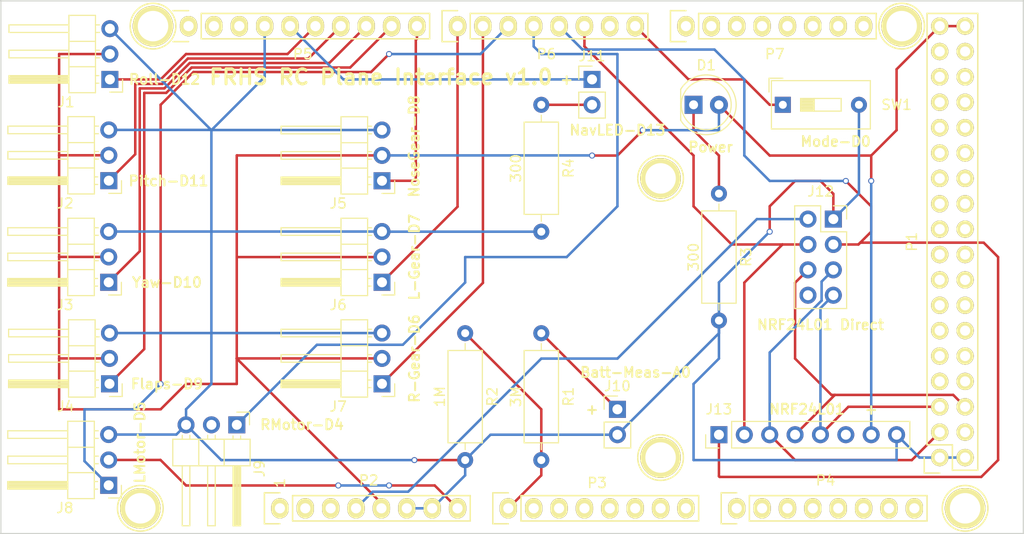
<source format=kicad_pcb>
(kicad_pcb (version 20211014) (generator pcbnew)
  (title_block (date "mar. 31 mars 2015"))
  (layers (0 "F.Cu" signal) (31 "B.Cu" signal) (34 "B.Paste" user) (35 "F.Paste" user) (36 "B.SilkS" user "B.Silkscreen") (37 "F.SilkS" user "F.Silkscreen") (38 "B.Mask" user) (39 "F.Mask" user) (44 "Edge.Cuts" user))
  (net 0 "")
  (net 1 "GND")
  (net 2 "/52(SCK)")
  (net 3 "/53(SS)")
  (net 4 "/50(MISO)")
  (net 5 "/51(MOSI)")
  (net 6 "/48")
  (net 7 "/49")
  (net 8 "/46")
  (net 9 "/47")
  (net 10 "/44")
  (net 11 "/45")
  (net 12 "/42")
  (net 13 "/43")
  (net 14 "/40")
  (net 15 "/41")
  (net 16 "/38")
  (net 17 "/39")
  (net 18 "/36")
  (net 19 "/37")
  (net 20 "/34")
  (net 21 "/35")
  (net 22 "/32")
  (net 23 "/33")
  (net 24 "/30")
  (net 25 "/31")
  (net 26 "/28")
  (net 27 "/29")
  (net 28 "/26")
  (net 29 "/27")
  (net 30 "/24")
  (net 31 "/25")
  (net 32 "/22")
  (net 33 "/23")
  (net 34 "+5V")
  (net 35 "/IOREF")
  (net 36 "/Reset")
  (net 37 "/Vin")
  (net 38 "/A0")
  (net 39 "/A1")
  (net 40 "/A2")
  (net 41 "/A3")
  (net 42 "/A4")
  (net 43 "/A5")
  (net 44 "/A6")
  (net 45 "/A7")
  (net 46 "/A8")
  (net 47 "/A9")
  (net 48 "/A10")
  (net 49 "/A11")
  (net 50 "/A12")
  (net 51 "/A13")
  (net 52 "/A14")
  (net 53 "/A15")
  (net 54 "/SCL")
  (net 55 "/SDA")
  (net 56 "/AREF")
  (net 57 "/13(**)")
  (net 58 "/12(**)")
  (net 59 "/11(**)")
  (net 60 "/10(**)")
  (net 61 "/9(**)")
  (net 62 "/8(**)")
  (net 63 "/7(**)")
  (net 64 "/6(**)")
  (net 65 "/5(**)")
  (net 66 "/4(**)")
  (net 67 "/3(**)")
  (net 68 "/2(**)")
  (net 69 "/20(SDA)")
  (net 70 "/21(SCL)")
  (net 71 "Net-(D1-Pad1)")
  (net 73 "Net-(J10-Pad1)")
  (net 74 "Net-(J11-Pad2)")
  (net 78 "+3V3")
  (net 79 "/1(Tx0)")
  (net 80 "/0(Rx0)")
  (net 81 "/14(Tx3)")
  (net 82 "/15(Rx3)")
  (net 83 "/16(Tx2)")
  (net 84 "/17(Rx2)")
  (net 85 "/18(Tx1)")
  (net 86 "/19(Rx1)")
  (footprint "Socket_Arduino_Mega:Socket_Strip_Arduino_2x18" (layer "F.Cu") (at 197.358 114.046 90)
    (fp_text reference "P1" (at 21.59 -2.794 90) (layer "F.SilkS"))
    (fp_text value "Digital")
    (pad "1" thru_hole circle locked (at 0 0 90) (size 1.7272 1.7272) (drill 1.016) (layers *.Cu *.Mask "F.SilkS") (net 1 "GND"))
    (pad "2" thru_hole oval locked (at 0 2.54 90) (size 1.7272 1.7272) (drill 1.016) (layers *.Cu *.Mask "F.SilkS") (net 1 "GND"))
    (pad "3" thru_hole oval locked (at 2.54 0 90) (size 1.7272 1.7272) (drill 1.016) (layers *.Cu *.Mask "F.SilkS") (net 2 "/52(SCK)"))
    (pad "4" thru_hole oval locked (at 2.54 2.54 90) (size 1.7272 1.7272) (drill 1.016) (layers *.Cu *.Mask "F.SilkS") (net 3 "/53(SS)"))
    (pad "5" thru_hole oval locked (at 5.08 0 90) (size 1.7272 1.7272) (drill 1.016) (layers *.Cu *.Mask "F.SilkS") (net 4 "/50(MISO)"))
    (pad "6" thru_hole oval locked (at 5.08 2.54 90) (size 1.7272 1.7272) (drill 1.016) (layers *.Cu *.Mask "F.SilkS") (net 5 "/51(MOSI)"))
    (pad "7" thru_hole oval locked (at 7.62 0 90) (size 1.7272 1.7272) (drill 1.016) (layers *.Cu *.Mask "F.SilkS") (net 6 "/48"))
    (pad "8" thru_hole oval locked (at 7.62 2.54 90) (size 1.7272 1.7272) (drill 1.016) (layers *.Cu *.Mask "F.SilkS") (net 7 "/49"))
    (pad "9" thru_hole oval locked (at 10.16 0 90) (size 1.7272 1.7272) (drill 1.016) (layers *.Cu *.Mask "F.SilkS") (net 8 "/46"))
    (pad "10" thru_hole oval locked (at 10.16 2.54 90) (size 1.7272 1.7272) (drill 1.016) (layers *.Cu *.Mask "F.SilkS") (net 9 "/47"))
    (pad "11" thru_hole oval locked (at 12.7 0 90) (size 1.7272 1.7272) (drill 1.016) (layers *.Cu *.Mask "F.SilkS") (net 10 "/44"))
    (pad "12" thru_hole oval locked (at 12.7 2.54 90) (size 1.7272 1.7272) (drill 1.016) (layers *.Cu *.Mask "F.SilkS") (net 11 "/45"))
    (pad "13" thru_hole oval locked (at 15.24 0 90) (size 1.7272 1.7272) (drill 1.016) (layers *.Cu *.Mask "F.SilkS") (net 12 "/42"))
    (pad "14" thru_hole oval locked (at 15.24 2.54 90) (size 1.7272 1.7272) (drill 1.016) (layers *.Cu *.Mask "F.SilkS") (net 13 "/43"))
    (pad "15" thru_hole oval locked (at 17.78 0 90) (size 1.7272 1.7272) (drill 1.016) (layers *.Cu *.Mask "F.SilkS") (net 14 "/40"))
    (pad "16" thru_hole oval locked (at 17.78 2.54 90) (size 1.7272 1.7272) (drill 1.016) (layers *.Cu *.Mask "F.SilkS") (net 15 "/41"))
    (pad "17" thru_hole oval locked (at 20.32 0 90) (size 1.7272 1.7272) (drill 1.016) (layers *.Cu *.Mask "F.SilkS") (net 16 "/38"))
    (pad "18" thru_hole oval locked (at 20.32 2.54 90) (size 1.7272 1.7272) (drill 1.016) (layers *.Cu *.Mask "F.SilkS") (net 17 "/39"))
    (pad "19" thru_hole oval locked (at 22.86 0 90) (size 1.7272 1.7272) (drill 1.016) (layers *.Cu *.Mask "F.SilkS") (net 18 "/36"))
    (pad "20" thru_hole oval locked (at 22.86 2.54 90) (size 1.7272 1.7272) (drill 1.016) (layers *.Cu *.Mask "F.SilkS") (net 19 "/37"))
    (pad "21" thru_hole oval locked (at 25.4 0 90) (size 1.7272 1.7272) (drill 1.016) (layers *.Cu *.Mask "F.SilkS") (net 20 "/34"))
    (pad "22" thru_hole oval locked (at 25.4 2.54 90) (size 1.7272 1.7272) (drill 1.016) (layers *.Cu *.Mask "F.SilkS") (net 21 "/35"))
    (pad "23" thru_hole oval locked (at 27.94 0 90) (size 1.7272 1.7272) (drill 1.016) (layers *.Cu *.Mask "F.SilkS") (net 22 "/32"))
    (pad "24" thru_hole oval locked (at 27.94 2.54 90) (size 1.7272 1.7272) (drill 1.016) (layers *.Cu *.Mask "F.SilkS") (net 23 "/33"))
    (pad "25" thru_hole oval locked (at 30.48 0 90) (size 1.7272 1.7272) (drill 1.016) (layers *.Cu *.Mask "F.SilkS") (net 24 "/30"))
    (pad "26" thru_hole oval locked (at 30.48 2.54 90) (size 1.7272 1.7272) (drill 1.016) (layers *.Cu *.Mask "F.SilkS") (net 25 "/31"))
    (pad "27" thru_hole oval locked (at 33.02 0 90) (size 1.7272 1.7272) (drill 1.016) (layers *.Cu *.Mask "F.SilkS") (net 26 "/28"))
    (pad "28" thru_hole oval locked (at 33.02 2.54 90) (size 1.7272 1.7272) (drill 1.016) (layers *.Cu *.Mask "F.SilkS") (net 27 "/29"))
    (pad "29" thru_hole oval locked (at 35.56 0 90) (size 1.7272 1.7272) (drill 1.016) (layers *.Cu *.Mask "F.SilkS") (net 28 "/26"))
    (pad "30" thru_hole oval locked (at 35.56 2.54 90) (size 1.7272 1.7272) (drill 1.016) (layers *.Cu *.Mask "F.SilkS") (net 29 "/27"))
    (pad "31" thru_hole oval locked (at 38.1 0 90) (size 1.7272 1.7272) (drill 1.016) (layers *.Cu *.Mask "F.SilkS") (net 30 "/24"))
    (pad "32" thru_hole oval locked (at 38.1 2.54 90) (size 1.7272 1.7272) (drill 1.016) (layers *.Cu *.Mask "F.SilkS") (net 31 "/25"))
    (pad "33" thru_hole oval locked (at 40.64 0 90) (size 1.7272 1.7272) (drill 1.016) (layers *.Cu *.Mask "F.SilkS") (net 32 "/22"))
    (pad "34" thru_hole oval locked (at 40.64 2.54 90) (size 1.7272 1.7272) (drill 1.016) (layers *.Cu *.Mask "F.SilkS") (net 33 "/23"))
    (pad "35" thru_hole oval locked (at 43.18 0 90) (size 1.7272 1.7272) (drill 1.016) (layers *.Cu *.Mask "F.SilkS") (net 34 "+5V"))
    (pad "36" thru_hole oval locked (at 43.18 2.54 90) (size 1.7272 1.7272) (drill 1.016) (layers *.Cu *.Mask "F.SilkS") (net 34 "+5V"))
  )
  (footprint "Socket_Arduino_Mega:Socket_Strip_Arduino_1x08" (layer "F.Cu") (at 131.318 119.126)
    (fp_text reference "P2" (at 8.89 -2.794) (layer "F.SilkS"))
    (fp_text value "Power")
    (pad "1" thru_hole oval locked (at 0 0) (size 1.7272 2.032) (drill 1.016) (layers *.Cu *.Mask "F.SilkS"))
    (pad "2" thru_hole oval locked (at 2.54 0) (size 1.7272 2.032) (drill 1.016) (layers *.Cu *.Mask "F.SilkS") (net 35 "/IOREF"))
    (pad "3" thru_hole oval locked (at 5.08 0) (size 1.7272 2.032) (drill 1.016) (layers *.Cu *.Mask "F.SilkS") (net 36 "/Reset"))
    (pad "4" thru_hole oval locked (at 7.62 0) (size 1.7272 2.032) (drill 1.016) (layers *.Cu *.Mask "F.SilkS") (net 78 "+3V3"))
    (pad "5" thru_hole oval locked (at 10.16 0) (size 1.7272 2.032) (drill 1.016) (layers *.Cu *.Mask "F.SilkS") (net 34 "+5V"))
    (pad "6" thru_hole oval locked (at 12.7 0) (size 1.7272 2.032) (drill 1.016) (layers *.Cu *.Mask "F.SilkS") (net 1 "GND"))
    (pad "7" thru_hole oval locked (at 15.24 0) (size 1.7272 2.032) (drill 1.016) (layers *.Cu *.Mask "F.SilkS") (net 1 "GND"))
    (pad "8" thru_hole oval locked (at 17.78 0) (size 1.7272 2.032) (drill 1.016) (layers *.Cu *.Mask "F.SilkS") (net 37 "/Vin"))
  )
  (footprint "Socket_Arduino_Mega:Socket_Strip_Arduino_1x08" (layer "F.Cu") (at 154.178 119.126)
    (fp_text reference "P3" (at 8.89 -2.54) (layer "F.SilkS"))
    (fp_text value "Analog")
    (pad "1" thru_hole oval locked (at 0 0) (size 1.7272 2.032) (drill 1.016) (layers *.Cu *.Mask "F.SilkS") (net 38 "/A0"))
    (pad "2" thru_hole oval locked (at 2.54 0) (size 1.7272 2.032) (drill 1.016) (layers *.Cu *.Mask "F.SilkS") (net 39 "/A1"))
    (pad "3" thru_hole oval locked (at 5.08 0) (size 1.7272 2.032) (drill 1.016) (layers *.Cu *.Mask "F.SilkS") (net 40 "/A2"))
    (pad "4" thru_hole oval locked (at 7.62 0) (size 1.7272 2.032) (drill 1.016) (layers *.Cu *.Mask "F.SilkS") (net 41 "/A3"))
    (pad "5" thru_hole oval locked (at 10.16 0) (size 1.7272 2.032) (drill 1.016) (layers *.Cu *.Mask "F.SilkS") (net 42 "/A4"))
    (pad "6" thru_hole oval locked (at 12.7 0) (size 1.7272 2.032) (drill 1.016) (layers *.Cu *.Mask "F.SilkS") (net 43 "/A5"))
    (pad "7" thru_hole oval locked (at 15.24 0) (size 1.7272 2.032) (drill 1.016) (layers *.Cu *.Mask "F.SilkS") (net 44 "/A6"))
    (pad "8" thru_hole oval locked (at 17.78 0) (size 1.7272 2.032) (drill 1.016) (layers *.Cu *.Mask "F.SilkS") (net 45 "/A7"))
  )
  (footprint "Socket_Arduino_Mega:Socket_Strip_Arduino_1x08" (layer "F.Cu") (at 177.038 119.126)
    (fp_text reference "P4" (at 8.89 -2.794) (layer "F.SilkS"))
    (fp_text value "Analog")
    (pad "1" thru_hole oval locked (at 0 0) (size 1.7272 2.032) (drill 1.016) (layers *.Cu *.Mask "F.SilkS") (net 46 "/A8"))
    (pad "2" thru_hole oval locked (at 2.54 0) (size 1.7272 2.032) (drill 1.016) (layers *.Cu *.Mask "F.SilkS") (net 47 "/A9"))
    (pad "3" thru_hole oval locked (at 5.08 0) (size 1.7272 2.032) (drill 1.016) (layers *.Cu *.Mask "F.SilkS") (net 48 "/A10"))
    (pad "4" thru_hole oval locked (at 7.62 0) (size 1.7272 2.032) (drill 1.016) (layers *.Cu *.Mask "F.SilkS") (net 49 "/A11"))
    (pad "5" thru_hole oval locked (at 10.16 0) (size 1.7272 2.032) (drill 1.016) (layers *.Cu *.Mask "F.SilkS") (net 50 "/A12"))
    (pad "6" thru_hole oval locked (at 12.7 0) (size 1.7272 2.032) (drill 1.016) (layers *.Cu *.Mask "F.SilkS") (net 51 "/A13"))
    (pad "7" thru_hole oval locked (at 15.24 0) (size 1.7272 2.032) (drill 1.016) (layers *.Cu *.Mask "F.SilkS") (net 52 "/A14"))
    (pad "8" thru_hole oval locked (at 17.78 0) (size 1.7272 2.032) (drill 1.016) (layers *.Cu *.Mask "F.SilkS") (net 53 "/A15"))
  )
  (footprint "Socket_Arduino_Mega:Socket_Strip_Arduino_1x10" (layer "F.Cu") (at 122.174 70.866)
    (fp_text reference "P5" (at 11.43 2.794) (layer "F.SilkS"))
    (fp_text value "PWM")
    (pad "1" thru_hole oval (at 0 0) (size 1.7272 2.032) (drill 1.016) (layers *.Cu *.Mask "F.SilkS") (net 54 "/SCL"))
    (pad "2" thru_hole oval (at 2.54 0) (size 1.7272 2.032) (drill 1.016) (layers *.Cu *.Mask "F.SilkS") (net 55 "/SDA"))
    (pad "3" thru_hole oval (at 5.08 0) (size 1.7272 2.032) (drill 1.016) (layers *.Cu *.Mask "F.SilkS") (net 56 "/AREF"))
    (pad "4" thru_hole oval (at 7.62 0) (size 1.7272 2.032) (drill 1.016) (layers *.Cu *.Mask "F.SilkS") (net 1 "GND"))
    (pad "5" thru_hole oval (at 10.16 0) (size 1.7272 2.032) (drill 1.016) (layers *.Cu *.Mask "F.SilkS") (net 57 "/13(**)"))
    (pad "6" thru_hole oval (at 12.7 0) (size 1.7272 2.032) (drill 1.016) (layers *.Cu *.Mask "F.SilkS") (net 58 "/12(**)"))
    (pad "7" thru_hole oval (at 15.24 0) (size 1.7272 2.032) (drill 1.016) (layers *.Cu *.Mask "F.SilkS") (net 59 "/11(**)"))
    (pad "8" thru_hole oval (at 17.78 0) (size 1.7272 2.032) (drill 1.016) (layers *.Cu *.Mask "F.SilkS") (net 60 "/10(**)"))
    (pad "9" thru_hole oval (at 20.32 0) (size 1.7272 2.032) (drill 1.016) (layers *.Cu *.Mask "F.SilkS") (net 61 "/9(**)"))
    (pad "10" thru_hole oval (at 22.86 0) (size 1.7272 2.032) (drill 1.016) (layers *.Cu *.Mask "F.SilkS") (net 62 "/8(**)"))
  )
  (footprint "Socket_Arduino_Mega:Socket_Strip_Arduino_1x08" (layer "F.Cu") (at 149.098 70.866)
    (fp_text reference "P6" (at 8.89 2.794) (layer "F.SilkS"))
    (fp_text value "PWM")
    (pad "1" thru_hole oval locked (at 0 0) (size 1.7272 2.032) (drill 1.016) (layers *.Cu *.Mask "F.SilkS") (net 63 "/7(**)"))
    (pad "2" thru_hole oval locked (at 2.54 0) (size 1.7272 2.032) (drill 1.016) (layers *.Cu *.Mask "F.SilkS") (net 64 "/6(**)"))
    (pad "3" thru_hole oval locked (at 5.08 0) (size 1.7272 2.032) (drill 1.016) (layers *.Cu *.Mask "F.SilkS") (net 65 "/5(**)"))
    (pad "4" thru_hole oval locked (at 7.62 0) (size 1.7272 2.032) (drill 1.016) (layers *.Cu *.Mask "F.SilkS") (net 66 "/4(**)"))
    (pad "5" thru_hole oval locked (at 10.16 0) (size 1.7272 2.032) (drill 1.016) (layers *.Cu *.Mask "F.SilkS") (net 67 "/3(**)"))
    (pad "6" thru_hole oval locked (at 12.7 0) (size 1.7272 2.032) (drill 1.016) (layers *.Cu *.Mask "F.SilkS") (net 68 "/2(**)"))
    (pad "7" thru_hole oval locked (at 15.24 0) (size 1.7272 2.032) (drill 1.016) (layers *.Cu *.Mask "F.SilkS") (net 79 "/1(Tx0)"))
    (pad "8" thru_hole oval locked (at 17.78 0) (size 1.7272 2.032) (drill 1.016) (layers *.Cu *.Mask "F.SilkS") (net 80 "/0(Rx0)"))
  )
  (footprint "Socket_Arduino_Mega:Socket_Strip_Arduino_1x08" (layer "F.Cu") (at 171.958 70.866)
    (fp_text reference "P7" (at 8.89 2.794) (layer "F.SilkS"))
    (fp_text value "Communication")
    (pad "1" thru_hole oval locked (at 0 0) (size 1.7272 2.032) (drill 1.016) (layers *.Cu *.Mask "F.SilkS") (net 81 "/14(Tx3)"))
    (pad "2" thru_hole oval locked (at 2.54 0) (size 1.7272 2.032) (drill 1.016) (layers *.Cu *.Mask "F.SilkS") (net 82 "/15(Rx3)"))
    (pad "3" thru_hole oval locked (at 5.08 0) (size 1.7272 2.032) (drill 1.016) (layers *.Cu *.Mask "F.SilkS") (net 83 "/16(Tx2)"))
    (pad "4" thru_hole oval locked (at 7.62 0) (size 1.7272 2.032) (drill 1.016) (layers *.Cu *.Mask "F.SilkS") (net 84 "/17(Rx2)"))
    (pad "5" thru_hole oval locked (at 10.16 0) (size 1.7272 2.032) (drill 1.016) (layers *.Cu *.Mask "F.SilkS") (net 85 "/18(Tx1)"))
    (pad "6" thru_hole oval locked (at 12.7 0) (size 1.7272 2.032) (drill 1.016) (layers *.Cu *.Mask "F.SilkS") (net 86 "/19(Rx1)"))
    (pad "7" thru_hole oval locked (at 15.24 0) (size 1.7272 2.032) (drill 1.016) (layers *.Cu *.Mask "F.SilkS") (net 69 "/20(SDA)"))
    (pad "8" thru_hole oval locked (at 17.78 0) (size 1.7272 2.032) (drill 1.016) (layers *.Cu *.Mask "F.SilkS") (net 70 "/21(SCL)"))
  )
  (footprint "Socket_Arduino_Mega:Arduino_1pin" (layer "F.Cu") (at 117.348 119.126)
    (fp_text reference "P8" hide)
    (fp_text value "CONN_01X01" hide)
    (pad "1" thru_hole circle locked (at 0 0) (size 4.064 4.064) (drill 3.048) (layers *.Cu *.Mask "F.SilkS"))
  )
  (footprint "Socket_Arduino_Mega:Arduino_1pin" (layer "F.Cu") (at 169.418 114.046)
    (fp_text reference "P9" hide)
    (fp_text value "CONN_01X01" hide)
    (pad "1" thru_hole circle locked (at 0 0) (size 4.064 4.064) (drill 3.048) (layers *.Cu *.Mask "F.SilkS"))
  )
  (footprint "Socket_Arduino_Mega:Arduino_1pin" (layer "F.Cu") (at 199.898 119.126)
    (fp_text reference "P10" hide)
    (fp_text value "CONN_01X01" hide)
    (pad "1" thru_hole circle locked (at 0 0) (size 4.064 4.064) (drill 3.048) (layers *.Cu *.Mask "F.SilkS"))
  )
  (footprint "Socket_Arduino_Mega:Arduino_1pin" (layer "F.Cu") (at 118.618 70.866)
    (fp_text reference "P11" hide)
    (fp_text value "CONN_01X01" hide)
    (pad "1" thru_hole circle locked (at 0 0) (size 4.064 4.064) (drill 3.048) (layers *.Cu *.Mask "F.SilkS"))
  )
  (footprint "Socket_Arduino_Mega:Arduino_1pin" (layer "F.Cu") (at 169.418 86.106)
    (fp_text reference "P12" hide)
    (fp_text value "CONN_01X01" hide)
    (pad "1" thru_hole circle locked (at 0 0) (size 4.064 4.064) (drill 3.048) (layers *.Cu *.Mask "F.SilkS"))
  )
  (footprint "Socket_Arduino_Mega:Arduino_1pin" (layer "F.Cu") (at 193.548 70.866)
    (fp_text reference "P13" hide)
    (fp_text value "CONN_01X01" hide)
    (pad "1" thru_hole circle locked (at 0 0) (size 4.064 4.064) (drill 3.048) (layers *.Cu *.Mask "F.SilkS"))
  )
  (footprint "Resistor_THT:R_Axial_DIN0309_L9.0mm_D3.2mm_P12.70mm_Horizontal" (layer "F.Cu") (at 149.86 101.6 -90)
    (fp_text reference "R2" (at 6.35 -2.72 90) (layer "F.SilkS"))
    (fp_text value "1M")
    (pad "1" thru_hole circle (at 0 0 270) (size 1.6 1.6) (drill 0.8) (layers *.Cu *.Mask) (net 38 "/A0"))
    (pad "2" thru_hole oval (at 12.7 0 270) (size 1.6 1.6) (drill 0.8) (layers *.Cu *.Mask) (net 1 "GND"))
  )
  (footprint "Connector_PinHeader_2.54mm:PinHeader_1x03_P2.54mm_Horizontal" (layer "F.Cu") (at 114.261851 106.665 180)
    (fp_text reference "J4" (at 4.385 -2.27) (layer "F.SilkS"))
    (fp_text value "Flaps-D9")
    (pad "1" thru_hole rect (at 0 0 180) (size 1.7 1.7) (drill 1) (layers *.Cu *.Mask) (net 61 "/9(**)"))
    (pad "2" thru_hole oval (at 0 2.54 180) (size 1.7 1.7) (drill 1) (layers *.Cu *.Mask) (net 34 "+5V"))
    (pad "3" thru_hole oval (at 0 5.08 180) (size 1.7 1.7) (drill 1) (layers *.Cu *.Mask) (net 1 "GND"))
  )
  (footprint "Connector_PinHeader_2.54mm:PinHeader_1x03_P2.54mm_Horizontal" (layer "F.Cu") (at 141.535 106.665 180)
    (fp_text reference "J7" (at 4.385 -2.27) (layer "F.SilkS"))
    (fp_text value "R-Gear-D6")
    (pad "1" thru_hole rect (at 0 0 180) (size 1.7 1.7) (drill 1) (layers *.Cu *.Mask) (net 64 "/6(**)"))
    (pad "2" thru_hole oval (at 0 2.54 180) (size 1.7 1.7) (drill 1) (layers *.Cu *.Mask) (net 34 "+5V"))
    (pad "3" thru_hole oval (at 0 5.08 180) (size 1.7 1.7) (drill 1) (layers *.Cu *.Mask) (net 1 "GND"))
  )
  (footprint "Connector_PinHeader_2.54mm:PinHeader_1x03_P2.54mm_Horizontal" (layer "F.Cu") (at 141.535 96.505 180)
    (fp_text reference "J6" (at 4.385 -2.27) (layer "F.SilkS"))
    (fp_text value "L-Gear-D7")
    (pad "1" thru_hole rect (at 0 0 180) (size 1.7 1.7) (drill 1) (layers *.Cu *.Mask) (net 63 "/7(**)"))
    (pad "2" thru_hole oval (at 0 2.54 180) (size 1.7 1.7) (drill 1) (layers *.Cu *.Mask) (net 34 "+5V"))
    (pad "3" thru_hole oval (at 0 5.08 180) (size 1.7 1.7) (drill 1) (layers *.Cu *.Mask) (net 1 "GND"))
  )
  (footprint "Connector_PinHeader_2.54mm:PinHeader_1x02_P2.54mm_Vertical" (layer "F.Cu") (at 162.56 76.2)
    (fp_text reference "J11" (at 0 -2.33) (layer "F.SilkS"))
    (fp_text value "NavLed-D13")
    (pad "1" thru_hole rect (at 0 0) (size 1.7 1.7) (drill 1) (layers *.Cu *.Mask) (net 57 "/13(**)"))
    (pad "2" thru_hole oval (at 0 2.54) (size 1.7 1.7) (drill 1) (layers *.Cu *.Mask) (net 74 "Net-(J11-Pad2)"))
  )
  (footprint "Resistor_THT:R_Axial_DIN0309_L9.0mm_D3.2mm_P12.70mm_Horizontal" (layer "F.Cu") (at 175.26 87.63 -90)
    (fp_text reference "R3" (at 6.35 -2.72 90) (layer "F.SilkS"))
    (fp_text value "300")
    (pad "1" thru_hole circle (at 0 0 270) (size 1.6 1.6) (drill 0.8) (layers *.Cu *.Mask) (net 71 "Net-(D1-Pad1)"))
    (pad "2" thru_hole oval (at 12.7 0 270) (size 1.6 1.6) (drill 0.8) (layers *.Cu *.Mask) (net 1 "GND"))
  )
  (footprint "Connector_PinHeader_2.54mm:PinHeader_1x03_P2.54mm_Horizontal" (layer "F.Cu") (at 114.3 76.2 180)
    (fp_text reference "J1" (at 4.385 -2.27) (layer "F.SilkS"))
    (fp_text value "Roll-D12")
    (pad "1" thru_hole rect (at 0 0 180) (size 1.7 1.7) (drill 1) (layers *.Cu *.Mask) (net 58 "/12(**)"))
    (pad "2" thru_hole oval (at 0 2.54 180) (size 1.7 1.7) (drill 1) (layers *.Cu *.Mask) (net 34 "+5V"))
    (pad "3" thru_hole oval (at 0 5.08 180) (size 1.7 1.7) (drill 1) (layers *.Cu *.Mask) (net 1 "GND"))
  )
  (footprint "Connector_PinHeader_2.54mm:PinHeader_1x03_P2.54mm_Horizontal" (layer "F.Cu") (at 127.005886 110.771605 -90)
    (fp_text reference "J9" (at 4.385 -2.27 90) (layer "F.SilkS"))
    (fp_text value "R-Motor-D4")
    (pad "1" thru_hole rect (at 0 0 270) (size 1.7 1.7) (drill 1) (layers *.Cu *.Mask) (net 66 "/4(**)"))
    (pad "2" thru_hole oval (at 0 2.54 270) (size 1.7 1.7) (drill 1) (layers *.Cu *.Mask))
    (pad "3" thru_hole oval (at 0 5.08 270) (size 1.7 1.7) (drill 1) (layers *.Cu *.Mask) (net 1 "GND"))
  )
  (footprint "Connector_PinHeader_2.54mm:PinHeader_1x03_P2.54mm_Horizontal" (layer "F.Cu") (at 114.193288 86.333355 180)
    (fp_text reference "J2" (at 4.385 -2.27) (layer "F.SilkS"))
    (fp_text value "Pitch-D11")
    (pad "1" thru_hole rect (at 0 0 180) (size 1.7 1.7) (drill 1) (layers *.Cu *.Mask) (net 59 "/11(**)"))
    (pad "2" thru_hole oval (at 0 2.54 180) (size 1.7 1.7) (drill 1) (layers *.Cu *.Mask) (net 34 "+5V"))
    (pad "3" thru_hole oval (at 0 5.08 180) (size 1.7 1.7) (drill 1) (layers *.Cu *.Mask) (net 1 "GND"))
  )
  (footprint "Connector_PinHeader_2.54mm:PinHeader_1x02_P2.54mm_Vertical" (layer "F.Cu") (at 165.1 109.22)
    (fp_text reference "J10" (at 0 -2.33) (layer "F.SilkS"))
    (fp_text value "Batt Meas-A0")
    (pad "1" thru_hole rect (at 0 0) (size 1.7 1.7) (drill 1) (layers *.Cu *.Mask) (net 73 "Net-(J10-Pad1)"))
    (pad "2" thru_hole oval (at 0 2.54) (size 1.7 1.7) (drill 1) (layers *.Cu *.Mask) (net 1 "GND"))
  )
  (footprint "Connector_PinHeader_2.54mm:PinHeader_1x03_P2.54mm_Horizontal" (layer "F.Cu") (at 114.182102 96.505 180)
    (fp_text reference "J3" (at 4.385 -2.27) (layer "F.SilkS"))
    (fp_text value "Yaw-D10")
    (pad "1" thru_hole rect (at 0 0 180) (size 1.7 1.7) (drill 1) (layers *.Cu *.Mask) (net 60 "/10(**)"))
    (pad "2" thru_hole oval (at 0 2.54 180) (size 1.7 1.7) (drill 1) (layers *.Cu *.Mask) (net 34 "+5V"))
    (pad "3" thru_hole oval (at 0 5.08 180) (size 1.7 1.7) (drill 1) (layers *.Cu *.Mask) (net 1 "GND"))
  )
  (footprint "Connector_PinHeader_2.54mm:PinHeader_1x03_P2.54mm_Horizontal" (layer "F.Cu") (at 141.535 86.345 180)
    (fp_text reference "J5" (at 4.385 -2.27) (layer "F.SilkS"))
    (fp_text value "Nose Gear-D8")
    (pad "1" thru_hole rect (at 0 0 180) (size 1.7 1.7) (drill 1) (layers *.Cu *.Mask) (net 62 "/8(**)"))
    (pad "2" thru_hole oval (at 0 2.54 180) (size 1.7 1.7) (drill 1) (layers *.Cu *.Mask) (net 34 "+5V"))
    (pad "3" thru_hole oval (at 0 5.08 180) (size 1.7 1.7) (drill 1) (layers *.Cu *.Mask) (net 1 "GND"))
  )
  (footprint "Resistor_THT:R_Axial_DIN0309_L9.0mm_D3.2mm_P12.70mm_Horizontal" (layer "F.Cu") (at 157.48 101.6 -90)
    (fp_text reference "R1" (at 6.35 -2.72 90) (layer "F.SilkS"))
    (fp_text value "3M")
    (pad "1" thru_hole circle (at 0 0 270) (size 1.6 1.6) (drill 0.8) (layers *.Cu *.Mask) (net 73 "Net-(J10-Pad1)"))
    (pad "2" thru_hole oval (at 12.7 0 270) (size 1.6 1.6) (drill 0.8) (layers *.Cu *.Mask) (net 38 "/A0"))
  )
  (footprint "Button_Switch_THT:SW_DIP_SPSTx01_Slide_9.78x4.72mm_W7.62mm_P2.54mm" (layer "F.Cu") (at 181.6525 78.74)
    (fp_text reference "SW1" (at 11.3875 0) (layer "F.SilkS"))
    (fp_text value "MODE-D0")
    (pad "1" thru_hole rect (at 0 0) (size 1.6 1.6) (drill 0.8) (layers *.Cu *.Mask) (net 80 "/0(Rx0)"))
    (pad "2" thru_hole oval (at 7.62 0) (size 1.6 1.6) (drill 0.8) (layers *.Cu *.Mask) (net 1 "GND"))
  )
  (footprint "Connector_PinSocket_2.54mm:PinSocket_2x04_P2.54mm_Vertical" (layer "F.Cu") (at 186.71 90.18)
    (fp_text reference "J12" (at -1.27 -2.77) (layer "F.SilkS"))
    (fp_text value "NRF24L01 Direct")
    (pad "1" thru_hole rect (at 0 0) (size 1.7 1.7) (drill 1) (layers *.Cu *.Mask) (net 1 "GND"))
    (pad "2" thru_hole oval (at -2.54 0) (size 1.7 1.7) (drill 1) (layers *.Cu *.Mask) (net 78 "+3V3"))
    (pad "3" thru_hole oval (at 0 2.54) (size 1.7 1.7) (drill 1) (layers *.Cu *.Mask) (net 67 "/3(**)"))
    (pad "4" thru_hole oval (at -2.54 2.54) (size 1.7 1.7) (drill 1) (layers *.Cu *.Mask) (net 68 "/2(**)"))
    (pad "5" thru_hole oval (at 0 5.08) (size 1.7 1.7) (drill 1) (layers *.Cu *.Mask) (net 2 "/52(SCK)"))
    (pad "6" thru_hole oval (at -2.54 5.08) (size 1.7 1.7) (drill 1) (layers *.Cu *.Mask) (net 5 "/51(MOSI)"))
    (pad "7" thru_hole oval (at 0 7.62) (size 1.7 1.7) (drill 1) (layers *.Cu *.Mask) (net 4 "/50(MISO)"))
    (pad "8" thru_hole oval (at -2.54 7.62) (size 1.7 1.7) (drill 1) (layers *.Cu *.Mask))
  )
  (footprint "Connector_PinHeader_2.54mm:PinHeader_1x08_P2.54mm_Vertical" (layer "F.Cu") (at 175.26 111.76 90)
    (fp_text reference "J13" (at 2.54 0) (layer "F.SilkS"))
    (fp_text value "NRF24L01")
    (pad "1" thru_hole rect (at 0 0 90) (size 1.7 1.7) (drill 1) (layers *.Cu *.Mask) (net 67 "/3(**)"))
    (pad "2" thru_hole oval (at 0 2.54 90) (size 1.7 1.7) (drill 1) (layers *.Cu *.Mask) (net 68 "/2(**)"))
    (pad "3" thru_hole oval (at 0 5.08 90) (size 1.7 1.7) (drill 1) (layers *.Cu *.Mask) (net 2 "/52(SCK)"))
    (pad "4" thru_hole oval (at 0 7.62 90) (size 1.7 1.7) (drill 1) (layers *.Cu *.Mask) (net 5 "/51(MOSI)"))
    (pad "5" thru_hole oval (at 0 10.16 90) (size 1.7 1.7) (drill 1) (layers *.Cu *.Mask) (net 4 "/50(MISO)"))
    (pad "6" thru_hole oval (at 0 12.7 90) (size 1.7 1.7) (drill 1) (layers *.Cu *.Mask))
    (pad "7" thru_hole oval (at 0 15.24 90) (size 1.7 1.7) (drill 1) (layers *.Cu *.Mask) (net 34 "+5V"))
    (pad "8" thru_hole oval (at 0 17.78 90) (size 1.7 1.7) (drill 1) (layers *.Cu *.Mask) (net 1 "GND"))
  )
  (footprint "LED_THT:LED_D5.0mm" (layer "F.Cu") (at 172.72 78.74)
    (fp_text reference "D1" (at 1.27 -3.96) (layer "F.SilkS"))
    (fp_text value "Power LED")
    (pad "1" thru_hole rect (at 0 0) (size 1.8 1.8) (drill 0.9) (layers *.Cu *.Mask) (net 71 "Net-(D1-Pad1)"))
    (pad "2" thru_hole circle (at 2.54 0) (size 1.8 1.8) (drill 0.9) (layers *.Cu *.Mask) (net 34 "+5V"))
  )
  (footprint "Connector_PinHeader_2.54mm:PinHeader_1x03_P2.54mm_Horizontal" (layer "F.Cu") (at 114.182102 116.825 180)
    (fp_text reference "J8" (at 4.385 -2.27) (layer "F.SilkS"))
    (fp_text value "L-Motor-D5")
    (pad "1" thru_hole rect (at 0 0 180) (size 1.7 1.7) (drill 1) (layers *.Cu *.Mask) (net 65 "/5(**)"))
    (pad "2" thru_hole oval (at 0 2.54 180) (size 1.7 1.7) (drill 1) (layers *.Cu *.Mask) (net 37 "/Vin"))
    (pad "3" thru_hole oval (at 0 5.08 180) (size 1.7 1.7) (drill 1) (layers *.Cu *.Mask) (net 1 "GND"))
  )
  (footprint "Resistor_THT:R_Axial_DIN0309_L9.0mm_D3.2mm_P12.70mm_Horizontal" (layer "F.Cu") (at 157.48 78.74 -90)
    (fp_text reference "R4" (at 6.35 -2.72 90) (layer "F.SilkS"))
    (fp_text value "300")
    (pad "1" thru_hole circle (at 0 0 270) (size 1.6 1.6) (drill 0.8) (layers *.Cu *.Mask) (net 74 "Net-(J11-Pad2)"))
    (pad "2" thru_hole oval (at 12.7 0 270) (size 1.6 1.6) (drill 0.8) (layers *.Cu *.Mask) (net 1 "GND"))
  )
  (gr_line (start 103.378 121.666) (end 103.378 68.326) (layer "Edge.Cuts") (width 0.15))
  (gr_line (start 205.74 121.666) (end 103.378 121.666) (layer "Edge.Cuts") (width 0.15))
  (gr_line (start 103.378 68.326) (end 205.74 68.326) (layer "Edge.Cuts") (width 0.15))
  (gr_line (start 205.74 121.666) (end 205.74 68.326) (layer "Edge.Cuts") (width 0.15))
  (gr_text "Batt-Meas-A0" (at 166.909801 105.521874) (layer "F.SilkS") (effects (font (size 1 1) (thickness 0.2))))
  (gr_text "300" (at 154.94 85.09 90) (layer "F.SilkS") (effects (font (size 1 1))))
  (gr_text "R-Gear-D6" (at 144.78 104.14 90) (layer "F.SilkS") (effects (font (size 1 1) (thickness 0.2))))
  (gr_text "+" (at 160.02 76.2) (layer "F.SilkS") (effects (font (size 1 1) (thickness 0.2))))
  (gr_text "Roll-D12" (at 119.775705 76.2) (layer "F.SilkS") (effects (font (size 1 1) (thickness 0.2))))
  (gr_text "NoseGear-D8" (at 144.750963 82.895087 90) (layer "F.SilkS") (effects (font (size 1 1) (thickness 0.2))))
  (gr_text "1M" (at 147.32 107.95 90) (layer "F.SilkS") (effects (font (size 1 1))))
  (gr_text "Mode-D0" (at 186.93809 82.416594) (layer "F.SilkS") (effects (font (size 1 1) (thickness 0.2))))
  (gr_text "Flaps-D9" (at 120.014952 106.68) (layer "F.SilkS") (effects (font (size 1 1) (thickness 0.2))))
  (gr_text "NavLED-D13" (at 165.1 81.28) (layer "F.SilkS") (effects (font (size 1 1) (thickness 0.2))))
  (gr_text "L-Gear-D7" (at 144.78 93.98 90) (layer "F.SilkS") (effects (font (size 1 1) (thickness 0.2))))
  (gr_text "NRF24L01 Direct" (at 185.422862 100.758823) (layer "F.SilkS") (effects (font (size 1 1) (thickness 0.2))))
  (gr_text "Pitch-D11" (at 120.166754 86.36) (layer "F.SilkS") (effects (font (size 1 1) (thickness 0.2))))
  (gr_text "Power" (at 174.417525 82.974835) (layer "F.SilkS") (effects (font (size 1 1) (thickness 0.2))))
  (gr_text "FRHS RC Plane Interface v1.0" (at 141.427326 75.96304) (layer "F.SilkS") (effects (font (size 1.5 1.5) (thickness 0.3))))
  (gr_text "+" (at 190.5 109.22) (layer "F.SilkS") (effects (font (size 1 1) (thickness 0.2))))
  (gr_text "+" (at 162.56 109.22) (layer "F.SilkS") (effects (font (size 1 1) (thickness 0.2))))
  (gr_text "3M" (at 154.94 107.95 90) (layer "F.SilkS") (effects (font (size 1 1))))
  (gr_text "Yaw-D10" (at 120.014952 96.52) (layer "F.SilkS") (effects (font (size 1 1) (thickness 0.2))))
  (gr_text "LMotor-D5" (at 117.305765 112.534786 -270) (layer "F.SilkS") (effects (font (size 1 1) (thickness 0.2))))
  (gr_text "1" (at 131.318 116.586 90) (layer "F.SilkS") (effects (font (size 1 1))))
  (gr_text "RMotor-D4" (at 133.529666 110.755391) (layer "F.SilkS") (effects (font (size 1 1) (thickness 0.2))))
  (gr_text "300" (at 172.72 93.98 90) (layer "F.SilkS") (effects (font (size 1 1))))
  (gr_text "NRF24L01" (at 184.067132 109.212198) (layer "F.SilkS") (effects (font (size 1 1) (thickness 0.2))))
  (segment (start 144.78 114.3) (end 149.86 114.3) (width 0.25) (layer "F.Cu") (net 1))
  (segment (start 186.71 87.65) (end 186.71 90.18) (width 0.25) (layer "F.Cu") (net 1))
  (segment (start 180.34 91.44) (end 180.34 88.9) (width 0.25) (layer "F.Cu") (net 1))
  (segment (start 182.88 86.36) (end 185.42 86.36) (width 0.25) (layer "F.Cu") (net 1))
  (segment (start 180.34 88.9) (end 182.88 86.36) (width 0.25) (layer "F.Cu") (net 1))
  (segment (start 185.42 86.36) (end 186.71 87.65) (width 0.25) (layer "F.Cu") (net 1))
  (via (at 180.34 91.44) (size 0.6) (drill 0.4) (layers "F.Cu" "B.Cu") (net 1))
  (via (at 144.78 114.3) (size 0.6) (drill 0.4) (layers "F.Cu" "B.Cu") (net 1))
  (segment (start 124.46 91.41) (end 124.46 81.28) (width 0.25) (layer "B.Cu") (net 1))
  (segment (start 165.1 111.76) (end 175.26 101.6) (width 0.25) (layer "B.Cu") (net 1))
  (segment (start 175.26 100.33) (end 175.26 96.52) (width 0.25) (layer "B.Cu") (net 1))
  (segment (start 172.72 106.68) (end 172.72 114.3) (width 0.25) (layer "B.Cu") (net 1))
  (segment (start 124.46 106.68) (end 124.46 101.6) (width 0.25) (layer "B.Cu") (net 1))
  (segment (start 193.04 114.3) (end 193.04 111.76) (width 0.25) (layer "B.Cu") (net 1))
  (segment (start 124.445 101.585) (end 114.261851 101.585) (width 0.25) (layer "B.Cu") (net 1))
  (segment (start 124.433355 81.253355) (end 114.193288 81.253355) (width 0.25) (layer "B.Cu") (net 1))
  (segment (start 124.475 81.265) (end 141.535 81.265) (width 0.25) (layer "B.Cu") (net 1))
  (segment (start 124.475 81.265) (end 129.794 75.946) (width 0.25) (layer "B.Cu") (net 1))
  (segment (start 157.48 91.44) (end 141.55 91.44) (width 0.25) (layer "B.Cu") (net 1))
  (segment (start 124.475 91.425) (end 124.46 91.41) (width 0.25) (layer "B.Cu") (net 1))
  (segment (start 172.72 114.3) (end 193.04 114.3) (width 0.25) (layer "B.Cu") (net 1))
  (segment (start 199.898 114.046) (end 197.358 114.046) (width 0.25) (layer "B.Cu") (net 1))
  (segment (start 129.794 75.946) (end 129.794 70.866) (width 0.25) (layer "B.Cu") (net 1))
  (segment (start 124.46 81.28) (end 124.433355 81.253355) (width 0.25) (layer "B.Cu") (net 1))
  (segment (start 175.26 104.14) (end 172.72 106.68) (width 0.25) (layer "B.Cu") (net 1))
  (segment (start 175.26 100.33) (end 175.26 104.14) (width 0.25) (layer "B.Cu") (net 1))
  (segment (start 121.925886 110.771605) (end 125.454281 114.3) (width 0.25) (layer "B.Cu") (net 1))
  (segment (start 124.445 101.585) (end 141.535 101.585) (width 0.25) (layer "B.Cu") (net 1))
  (segment (start 144.018 119.126) (end 146.558 119.126) (width 0.25) (layer "B.Cu") (net 1))
  (segment (start 124.475 91.425) (end 141.535 91.425) (width 0.25) (layer "B.Cu") (net 1))
  (segment (start 175.26 101.6) (end 175.26 100.33) (width 0.25) (layer "B.Cu") (net 1))
  (segment (start 120.952491 111.745) (end 114.182102 111.745) (width 0.25) (layer "B.Cu") (net 1))
  (segment (start 124.46 81.28) (end 114.3 71.12) (width 0.25) (layer "B.Cu") (net 1))
  (segment (start 124.46 91.44) (end 124.475 91.425) (width 0.25) (layer "B.Cu") (net 1))
  (segment (start 175.26 96.52) (end 180.34 91.44) (width 0.25) (layer "B.Cu") (net 1))
  (segment (start 124.445 101.585) (end 124.46 101.57) (width 0.25) (layer "B.Cu") (net 1))
  (segment (start 165.1 111.76) (end 152.4 111.76) (width 0.25) (layer "B.Cu") (net 1))
  (segment (start 124.46 81.28) (end 124.475 81.265) (width 0.25) (layer "B.Cu") (net 1))
  (segment (start 149.86 114.3) (end 149.86 115.824) (width 0.25) (layer "B.Cu") (net 1))
  (segment (start 195.326 114.046) (end 193.04 111.76) (width 0.25) (layer "B.Cu") (net 1))
  (segment (start 124.46 101.57) (end 124.46 91.44) (width 0.25) (layer "B.Cu") (net 1))
  (segment (start 197.358 114.046) (end 195.326 114.046) (width 0.25) (layer "B.Cu") (net 1))
  (segment (start 141.55 91.44) (end 141.535 91.425) (width 0.25) (layer "B.Cu") (net 1))
  (segment (start 149.86 115.824) (end 146.558 119.126) (width 0.25) (layer "B.Cu") (net 1))
  (segment (start 124.46 101.6) (end 124.445 101.585) (width 0.25) (layer "B.Cu") (net 1))
  (segment (start 189.2725 78.74) (end 189.2725 87.6175) (width 0.25) (layer "B.Cu") (net 1))
  (segment (start 189.2725 87.6175) (end 186.71 90.18) (width 0.25) (layer "B.Cu") (net 1))
  (segment (start 121.925886 110.771605) (end 120.952491 111.745) (width 0.25) (layer "B.Cu") (net 1))
  (segment (start 124.445 91.425) (end 114.182102 91.425) (width 0.25) (layer "B.Cu") (net 1))
  (segment (start 152.4 111.76) (end 149.86 114.3) (width 0.25) (layer "B.Cu") (net 1))
  (segment (start 121.925886 109.214114) (end 121.925886 110.771605) (width 0.25) (layer "B.Cu") (net 1))
  (segment (start 125.454281 114.3) (end 144.78 114.3) (width 0.25) (layer "B.Cu") (net 1))
  (segment (start 124.46 106.68) (end 121.925886 109.214114) (width 0.25) (layer "B.Cu") (net 1))
  (segment (start 124.46 91.44) (end 124.445 91.425) (width 0.25) (layer "B.Cu") (net 1))
  (segment (start 197.358 111.506) (end 194.564 114.3) (width 0.25) (layer "F.Cu") (net 2))
  (segment (start 182.88 114.3) (end 180.34 111.76) (width 0.25) (layer "F.Cu") (net 2))
  (segment (start 194.564 114.3) (end 182.88 114.3) (width 0.25) (layer "F.Cu") (net 2))
  (segment (start 186.71 95.26) (end 185.535489 96.434511) (width 0.25) (layer "B.Cu") (net 2))
  (segment (start 180.34 103.534282) (end 180.34 111.76) (width 0.25) (layer "B.Cu") (net 2))
  (segment (start 185.535489 98.338793) (end 180.34 103.534282) (width 0.25) (layer "B.Cu") (net 2))
  (segment (start 185.535489 96.434511) (end 185.535489 98.338793) (width 0.25) (layer "B.Cu") (net 2))
  (segment (start 188.214 108.966) (end 185.42 111.76) (width 0.25) (layer "F.Cu") (net 4))
  (segment (start 197.358 108.966) (end 188.214 108.966) (width 0.25) (layer "F.Cu") (net 4))
  (segment (start 186.71 97.8) (end 185.42 99.09) (width 0.25) (layer "B.Cu") (net 4))
  (segment (start 185.42 99.09) (end 185.42 111.76) (width 0.25) (layer "B.Cu") (net 4))
  (segment (start 186.517889 107.777889) (end 186.862111 107.777889) (width 0.25) (layer "F.Cu") (net 5))
  (segment (start 182.88 96.55) (end 182.88 104.14) (width 0.25) (layer "F.Cu") (net 5))
  (segment (start 182.88 104.14) (end 186.517889 107.777889) (width 0.25) (layer "F.Cu") (net 5))
  (segment (start 184.17 95.26) (end 182.88 96.55) (width 0.25) (layer "F.Cu") (net 5))
  (segment (start 199.898 108.966) (end 198.709889 107.777889) (width 0.25) (layer "F.Cu") (net 5))
  (segment (start 186.862111 107.777889) (end 182.88 111.76) (width 0.25) (layer "F.Cu") (net 5))
  (segment (start 198.709889 107.777889) (end 186.862111 107.777889) (width 0.25) (layer "F.Cu") (net 5))
  (segment (start 193.04 75.184) (end 197.358 70.866) (width 0.25) (layer "F.Cu") (net 34))
  (segment (start 127 104.11) (end 127 93.98) (width 0.25) (layer "F.Cu") (net 34))
  (segment (start 109.235 93.965) (end 109.22 93.95) (width 0.25) (layer "F.Cu") (net 34))
  (segment (start 127 83.82) (end 127.015 83.805) (width 0.25) (layer "F.Cu") (net 34))
  (segment (start 141.374022 93.965) (end 141.535 93.965) (width 0.25) (layer "F.Cu") (net 34))
  (segment (start 109.22 73.66) (end 114.3 73.66) (width 0.25) (layer "F.Cu") (net 34))
  (segment (start 190.5 86.36) (end 190.5 83.82) (width 0.25) (layer "F.Cu") (net 34))
  (segment (start 190.5 83.82) (end 193.04 81.28) (width 0.25) (layer "F.Cu") (net 34))
  (segment (start 197.358 70.866) (end 199.898 70.866) (width 0.25) (layer "F.Cu") (net 34))
  (segment (start 109.22 83.82) (end 109.246645 83.793355) (width 0.25) (layer "F.Cu") (net 34))
  (segment (start 127.015 83.805) (end 141.535 83.805) (width 0.25) (layer "F.Cu") (net 34))
  (segment (start 126.985 104.125) (end 141.535 104.125) (width 0.25) (layer "F.Cu") (net 34))
  (segment (start 109.22 104.14) (end 109.235 104.125) (width 0.25) (layer "F.Cu") (net 34))
  (segment (start 109.235 104.125) (end 114.261851 104.125) (width 0.25) (layer "F.Cu") (net 34))
  (segment (start 127 93.98) (end 141.359022 93.98) (width 0.25) (layer "F.Cu") (net 34))
  (segment (start 141.478 118.618) (end 126.985 104.125) (width 0.25) (layer "F.Cu") (net 34))
  (segment (start 193.04 81.28) (end 193.04 75.184) (width 0.25) (layer "F.Cu") (net 34))
  (segment (start 119.38 109.22) (end 109.22 109.22) (width 0.25) (layer "F.Cu") (net 34))
  (segment (start 109.22 93.95) (end 109.22 83.82) (width 0.25) (layer "F.Cu") (net 34))
  (segment (start 165.1 83.82) (end 167.64 81.28) (width 0.25) (layer "F.Cu") (net 34))
  (segment (start 127 106.68) (end 121.92 106.68) (width 0.25) (layer "F.Cu") (net 34))
  (segment (start 109.22 104.14) (end 109.22 93.98) (width 0.25) (layer "F.Cu") (net 34))
  (segment (start 126.985 104.125) (end 127 104.11) (width 0.25) (layer "F.Cu") (net 34))
  (segment (start 141.478 119.126) (end 141.478 118.618) (width 0.25) (layer "F.Cu") (net 34))
  (segment (start 109.235 93.965) (end 114.182102 93.965) (width 0.25) (layer "F.Cu") (net 34))
  (segment (start 109.22 93.98) (end 109.235 93.965) (width 0.25) (layer "F.Cu") (net 34))
  (segment (start 175.26 78.74) (end 180.34 83.82) (width 0.25) (layer "F.Cu") (net 34))
  (segment (start 121.92 106.68) (end 119.38 109.22) (width 0.25) (layer "F.Cu") (net 34))
  (segment (start 141.359022 93.98) (end 141.374022 93.965) (width 0.25) (layer "F.Cu") (net 34))
  (segment (start 109.246645 83.793355) (end 109.22 83.76671) (width 0.25) (layer "F.Cu") (net 34))
  (segment (start 109.22 83.76671) (end 109.22 73.66) (width 0.25) (layer "F.Cu") (net 34))
  (segment (start 162.56 83.82) (end 165.1 83.82) (width 0.25) (layer "F.Cu") (net 34))
  (segment (start 109.22 109.22) (end 109.22 104.14) (width 0.25) (layer "F.Cu") (net 34))
  (segment (start 109.246645 83.793355) (end 114.193288 83.793355) (width 0.25) (layer "F.Cu") (net 34))
  (segment (start 180.34 83.82) (end 190.5 83.82) (width 0.25) (layer "F.Cu") (net 34))
  (segment (start 127 104.11) (end 127 106.68) (width 0.25) (layer "F.Cu") (net 34))
  (segment (start 127 93.98) (end 127 83.82) (width 0.25) (layer "F.Cu") (net 34))
  (via (at 190.5 86.36) (size 0.6) (drill 0.4) (layers "F.Cu" "B.Cu") (net 34))
  (via (at 167.64 81.28) (size 0.6) (drill 0.4) (layers "F.Cu" "B.Cu") (net 34))
  (via (at 162.56 83.82) (size 0.6) (drill 0.4) (layers "F.Cu" "B.Cu") (net 34))
  (segment (start 190.5 111.76) (end 190.5 86.36) (width 0.25) (layer "B.Cu") (net 34))
  (segment (start 162.56 83.82) (end 162.545 83.805) (width 0.25) (layer "B.Cu") (net 34))
  (segment (start 167.64 81.28) (end 175.26 81.28) (width 0.25) (layer "B.Cu") (net 34))
  (segment (start 175.26 81.28) (end 175.26 78.74) (width 0.25) (layer "B.Cu") (net 34))
  (segment (start 141.535 83.805) (end 162.545 83.805) (width 0.25) (layer "B.Cu") (net 34))
  (segment (start 121.92 116.84) (end 137.16 116.84) (width 0.25) (layer "F.Cu") (net 37))
  (segment (start 119.365 114.285) (end 121.92 116.84) (width 0.25) (layer "F.Cu") (net 37))
  (segment (start 142.24 116.84) (end 146.812 116.84) (width 0.25) (layer "F.Cu") (net 37))
  (segment (start 114.182102 114.285) (end 119.365 114.285) (width 0.25) (layer "F.Cu") (net 37))
  (segment (start 146.812 116.84) (end 149.098 119.126) (width 0.25) (layer "F.Cu") (net 37))
  (via (at 142.24 116.84) (size 0.6) (drill 0.4) (layers "F.Cu" "B.Cu") (net 37))
  (via (at 137.16 116.84) (size 0.6) (drill 0.4) (layers "F.Cu" "B.Cu") (net 37))
  (segment (start 137.16 116.84) (end 142.24 116.84) (width 0.25) (layer "B.Cu") (net 37))
  (segment (start 157.48 114.3) (end 157.48 115.824) (width 0.25) (layer "F.Cu") (net 38))
  (segment (start 157.48 114.3) (end 157.48 109.22) (width 0.25) (layer "F.Cu") (net 38))
  (segment (start 157.48 109.22) (end 149.86 101.6) (width 0.25) (layer "F.Cu") (net 38))
  (segment (start 157.48 115.824) (end 154.178 119.126) (width 0.25) (layer "F.Cu") (net 38))
  (segment (start 137.668 76.2) (end 162.56 76.2) (width 0.25) (layer "B.Cu") (net 57))
  (segment (start 132.334 70.866) (end 137.668 76.2) (width 0.25) (layer "B.Cu") (net 57))
  (segment (start 119.38 76.2) (end 121.92 73.66) (width 0.25) (layer "F.Cu") (net 58))
  (segment (start 121.92 73.66) (end 132.08 73.66) (width 0.25) (layer "F.Cu") (net 58))
  (segment (start 132.08 73.66) (end 134.874 70.866) (width 0.25) (layer "F.Cu") (net 58))
  (segment (start 114.3 76.2) (end 119.38 76.2) (width 0.25) (layer "F.Cu") (net 58))
  (segment (start 116.84 76.64952) (end 119.566197 76.64952) (width 0.25) (layer "F.Cu") (net 59))
  (segment (start 116.84 83.686643) (end 116.84 76.64952) (width 0.25) (layer "F.Cu") (net 59))
  (segment (start 134.17048 74.10952) (end 137.414 70.866) (width 0.25) (layer "F.Cu") (net 59))
  (segment (start 119.566197 76.64952) (end 122.106197 74.10952) (width 0.25) (layer "F.Cu") (net 59))
  (segment (start 122.106197 74.10952) (end 134.17048 74.10952) (width 0.25) (layer "F.Cu") (net 59))
  (segment (start 114.193288 86.333355) (end 116.84 83.686643) (width 0.25) (layer "F.Cu") (net 59))
  (segment (start 119.752394 77.09904) (end 122.292395 74.55904) (width 0.25) (layer "F.Cu") (net 60))
  (segment (start 122.292395 74.55904) (end 136.26096 74.55904) (width 0.25) (layer "F.Cu") (net 60))
  (segment (start 114.182102 96.505) (end 117.28952 93.397582) (width 0.25) (layer "F.Cu") (net 60))
  (segment (start 136.26096 74.55904) (end 139.954 70.866) (width 0.25) (layer "F.Cu") (net 60))
  (segment (start 117.28952 77.09904) (end 119.752394 77.09904) (width 0.25) (layer "F.Cu") (net 60))
  (segment (start 117.28952 93.397582) (end 117.28952 77.09904) (width 0.25) (layer "F.Cu") (net 60))
  (segment (start 117.73904 103.187811) (end 117.73904 77.54856) (width 0.25) (layer "F.Cu") (net 61))
  (segment (start 122.478593 75.00856) (end 138.35144 75.00856) (width 0.25) (layer "F.Cu") (net 61))
  (segment (start 138.35144 75.00856) (end 142.494 70.866) (width 0.25) (layer "F.Cu") (net 61))
  (segment (start 117.73904 77.54856) (end 119.938591 77.54856) (width 0.25) (layer "F.Cu") (net 61))
  (segment (start 119.938591 77.54856) (end 122.478593 75.00856) (width 0.25) (layer "F.Cu") (net 61))
  (segment (start 114.261851 106.665) (end 117.73904 103.187811) (width 0.25) (layer "F.Cu") (net 61))
  (segment (start 145.034 72.132) (end 145.034 70.866) (width 0.25) (layer "F.Cu") (net 62))
  (segment (start 144.858072 86.345) (end 144.920477 86.282595) (width 0.25) (layer "F.Cu") (net 62))
  (segment (start 144.920477 72.245523) (end 145.034 72.132) (width 0.25) (layer "F.Cu") (net 62))
  (segment (start 141.535 86.345) (end 144.858072 86.345) (width 0.25) (layer "F.Cu") (net 62))
  (segment (start 144.920477 86.282595) (end 144.920477 72.245523) (width 0.25) (layer "F.Cu") (net 62))
  (segment (start 149.098 88.942) (end 149.098 70.866) (width 0.25) (layer "F.Cu") (net 63))
  (segment (start 141.535 96.505) (end 149.098 88.942) (width 0.25) (layer "F.Cu") (net 63))
  (segment (start 141.535 106.665) (end 151.638 96.562) (width 0.25) (layer "F.Cu") (net 64))
  (segment (start 151.638 96.562) (end 151.638 70.866) (width 0.25) (layer "F.Cu") (net 64))
  (segment (start 119.38 78.74) (end 119.382869 78.74) (width 0.25) (layer "F.Cu") (net 65))
  (segment (start 119.382869 78.74) (end 122.66479 75.45808) (width 0.25) (layer "F.Cu") (net 65))
  (segment (start 140.44192 75.45808) (end 142.24 73.66) (width 0.25) (layer "F.Cu") (net 65))
  (segment (start 122.66479 75.45808) (end 140.44192 75.45808) (width 0.25) (layer "F.Cu") (net 65))
  (segment (start 119.38 106.68) (end 119.38 78.74) (width 0.25) (layer "F.Cu") (net 65))
  (via (at 119.38 106.68) (size 0.6) (drill 0.4) (layers "F.Cu" "B.Cu") (net 65))
  (via (at 142.24 73.66) (size 0.6) (drill 0.4) (layers "F.Cu" "B.Cu") (net 65))
  (segment (start 111.76 109.22) (end 116.84 109.22) (width 0.25) (layer "B.Cu") (net 65))
  (segment (start 111.76 114.402898) (end 111.76 109.22) (width 0.25) (layer "B.Cu") (net 65))
  (segment (start 151.384 73.66) (end 154.178 70.866) (width 0.25) (layer "B.Cu") (net 65))
  (segment (start 114.182102 116.825) (end 111.76 114.402898) (width 0.25) (layer "B.Cu") (net 65))
  (segment (start 142.24 73.66) (end 151.384 73.66) (width 0.25) (layer "B.Cu") (net 65))
  (segment (start 116.84 109.22) (end 119.38 106.68) (width 0.25) (layer "B.Cu") (net 65))
  (segment (start 143.620489 102.759511) (end 149.86 96.52) (width 0.25) (layer "B.Cu") (net 66))
  (segment (start 127.005886 110.771605) (end 135.01798 102.759511) (width 0.25) (layer "B.Cu") (net 66))
  (segment (start 160.02 93.98) (end 165.1 88.9) (width 0.25) (layer "B.Cu") (net 66))
  (segment (start 165.1 88.9) (end 165.1 73.66) (width 0.25) (layer "B.Cu") (net 66))
  (segment (start 135.01798 102.759511) (end 143.620489 102.759511) (width 0.25) (layer "B.Cu") (net 66))
  (segment (start 156.718 72.898) (end 156.718 70.866) (width 0.25) (layer "B.Cu") (net 66))
  (segment (start 157.48 73.66) (end 156.718 72.898) (width 0.25) (layer "B.Cu") (net 66))
  (segment (start 149.86 96.52) (end 149.86 93.98) (width 0.25) (layer "B.Cu") (net 66))
  (segment (start 165.1 73.66) (end 157.48 73.66) (width 0.25) (layer "B.Cu") (net 66))
  (segment (start 149.86 93.98) (end 160.02 93.98) (width 0.25) (layer "B.Cu") (net 66))
  (segment (start 203.2 114.3) (end 203.2 93.98) (width 0.25) (layer "F.Cu") (net 67))
  (segment (start 187.96 86.36) (end 190.5 88.9) (width 0.25) (layer "F.Cu") (net 67))
  (segment (start 190.5 91.44) (end 189.22 92.72) (width 0.25) (layer "F.Cu") (net 67))
  (segment (start 175.26 115.917876) (end 175.327961 115.985837) (width 0.25) (layer "F.Cu") (net 67))
  (segment (start 190.5 88.9) (end 190.5 91.44) (width 0.25) (layer "F.Cu") (net 67))
  (segment (start 189.402111 92.537889) (end 189.22 92.72) (width 0.25) (layer "F.Cu") (net 67))
  (segment (start 175.327961 115.985837) (end 201.514163 115.985837) (width 0.25) (layer "F.Cu") (net 67))
  (segment (start 203.2 93.98) (end 201.757889 92.537889) (width 0.25) (layer "F.Cu") (net 67))
  (segment (start 201.757889 92.537889) (end 189.402111 92.537889) (width 0.25) (layer "F.Cu") (net 67))
  (segment (start 201.514163 115.985837) (end 203.2 114.3) (width 0.25) (layer "F.Cu") (net 67))
  (segment (start 189.22 92.72) (end 186.71 92.72) (width 0.25) (layer "F.Cu") (net 67))
  (segment (start 175.26 111.76) (end 175.26 115.917876) (width 0.25) (layer "F.Cu") (net 67))
  (via (at 187.96 86.36) (size 0.6) (drill 0.4) (layers "F.Cu" "B.Cu") (net 67))
  (segment (start 174.81048 73.21048) (end 177.8 76.2) (width 0.25) (layer "B.Cu") (net 67))
  (segment (start 161.60248 73.21048) (end 174.81048 73.21048) (width 0.25) (layer "B.Cu") (net 67))
  (segment (start 177.8 83.82) (end 180.34 86.36) (width 0.25) (layer "B.Cu") (net 67))
  (segment (start 159.258 70.866) (end 161.60248 73.21048) (width 0.25) (layer "B.Cu") (net 67))
  (segment (start 180.34 86.36) (end 187.96 86.36) (width 0.25) (layer "B.Cu") (net 67))
  (segment (start 177.8 76.2) (end 177.8 83.82) (width 0.25) (layer "B.Cu") (net 67))
  (segment (start 177.8 111.76) (end 177.8 96.54) (width 0.25) (layer "F.Cu") (net 68))
  (segment (start 181.62 92.72) (end 184.17 92.72) (width 0.25) (layer "F.Cu") (net 68))
  (segment (start 176.54 92.72) (end 181.62 92.72) (width 0.25) (layer "F.Cu") (net 68))
  (segment (start 177.8 96.54) (end 181.62 92.72) (width 0.25) (layer "F.Cu") (net 68))
  (segment (start 172.72 88.9) (end 176.54 92.72) (width 0.25) (layer "F.Cu") (net 68))
  (segment (start 161.798 72.898) (end 172.72 83.82) (width 0.25) (layer "F.Cu") (net 68))
  (segment (start 161.798 70.866) (end 161.798 72.898) (width 0.25) (layer "F.Cu") (net 68))
  (segment (start 172.72 83.82) (end 172.72 88.9) (width 0.25) (layer "F.Cu") (net 68))
  (segment (start 175.26 83.82) (end 172.72 81.28) (width 0.25) (layer "F.Cu") (net 71))
  (segment (start 175.26 87.63) (end 175.26 83.82) (width 0.25) (layer "F.Cu") (net 71))
  (segment (start 172.72 81.28) (end 172.72 78.74) (width 0.25) (layer "F.Cu") (net 71))
  (segment (start 165.1 109.22) (end 157.48 101.6) (width 0.25) (layer "F.Cu") (net 73))
  (segment (start 162.56 78.74) (end 157.48 78.74) (width 0.25) (layer "F.Cu") (net 74))
  (segment (start 144.155489 117.464511) (end 157.48 104.14) (width 0.25) (layer "B.Cu") (net 78))
  (segment (start 140.599489 117.464511) (end 144.155489 117.464511) (width 0.25) (layer "B.Cu") (net 78))
  (segment (start 157.48 104.14) (end 165.1 104.14) (width 0.25) (layer "B.Cu") (net 78))
  (segment (start 179.06 90.18) (end 184.17 90.18) (width 0.25) (layer "B.Cu") (net 78))
  (segment (start 165.1 104.14) (end 179.06 90.18) (width 0.25) (layer "B.Cu") (net 78))
  (segment (start 138.938 119.126) (end 140.599489 117.464511) (width 0.25) (layer "B.Cu") (net 78))
  (segment (start 172.212 76.2) (end 166.878 70.866) (width 0.25) (layer "F.Cu") (net 80))
  (segment (start 181.6525 78.74) (end 180.34 78.74) (width 0.25) (layer "F.Cu") (net 80))
  (segment (start 180.34 78.74) (end 177.8 76.2) (width 0.25) (layer "F.Cu") (net 80))
  (segment (start 177.8 76.2) (end 172.212 76.2) (width 0.25) (layer "F.Cu") (net 80))
)
</source>
